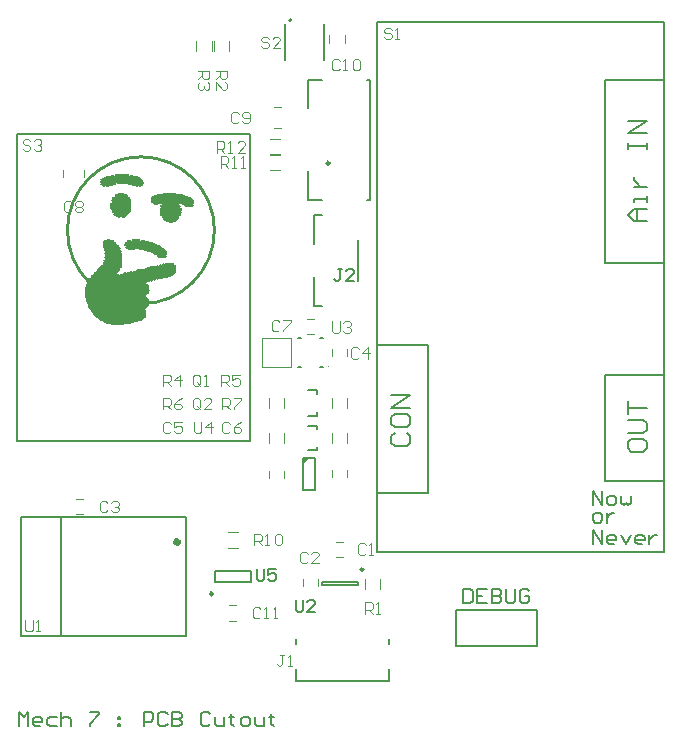
<source format=gto>
G04*
G04 #@! TF.GenerationSoftware,Altium Limited,Altium Designer,18.1.6 (161)*
G04*
G04 Layer_Color=65535*
%FSLAX44Y44*%
%MOMM*%
G71*
G01*
G75*
%ADD10C,0.2540*%
%ADD11C,0.2500*%
%ADD12C,0.2000*%
%ADD13C,0.5000*%
%ADD14C,0.1000*%
%ADD15C,0.0635*%
%ADD16C,0.1200*%
%ADD17C,0.1200*%
%ADD18C,0.1270*%
%ADD19C,0.1500*%
%ADD20C,0.1500*%
%ADD21C,0.1700*%
%ADD22C,0.1300*%
G36*
X242420Y179030D02*
X248030D01*
X242420Y173420D01*
Y179030D01*
D02*
G37*
G54D10*
X167314Y371596D02*
G03*
X167314Y371596I-62230J0D01*
G01*
G54D11*
X264750Y428500D02*
G03*
X264750Y428500I-1250J0D01*
G01*
X166000Y63750D02*
G03*
X166000Y63750I-1250J0D01*
G01*
X293459Y84500D02*
G03*
X293459Y84500I-1250J0D01*
G01*
G54D12*
X232503Y549452D02*
G03*
X232503Y549452I-1000J0D01*
G01*
X315300Y21470D02*
Y25750D01*
Y-9750D02*
Y380D01*
X236700Y-9750D02*
X315300D01*
X236700Y21470D02*
Y25750D01*
Y-9750D02*
Y380D01*
X371600Y19300D02*
X440400D01*
Y50000D01*
X371600D02*
X440400D01*
X371600Y19300D02*
Y50000D01*
X246250Y236500D02*
X254250D01*
Y233000D02*
Y236500D01*
X246250Y214500D02*
X254250D01*
Y218000D01*
X246500Y205700D02*
X253750D01*
Y203200D02*
Y205700D01*
X246500Y185700D02*
X253750D01*
Y188200D01*
X304700Y547750D02*
X548200D01*
Y99250D02*
Y547750D01*
X304700Y99250D02*
Y547750D01*
Y99250D02*
X548200D01*
X304700Y149250D02*
X348200D01*
Y274250D01*
X304700D02*
X348200D01*
X498200Y159250D02*
X533200D01*
X498200D02*
Y249250D01*
X548200D01*
X533200Y159250D02*
X548200D01*
X498200Y344250D02*
Y499250D01*
X548200D01*
X498200Y344250D02*
X548200D01*
X296679Y499000D02*
X298679D01*
X296679Y397500D02*
X298679D01*
X246678Y499000D02*
X258679D01*
X246678Y397500D02*
X258679D01*
X246678D02*
Y421500D01*
Y474999D02*
Y498999D01*
X298679Y397500D02*
Y498999D01*
X197527Y192989D02*
Y452989D01*
X527D02*
X197527D01*
X527Y192989D02*
Y452989D01*
Y192989D02*
X197527D01*
X257000Y256000D02*
X259500D01*
X238500D02*
X241000D01*
X238500Y280000D02*
X241000D01*
X257000D02*
X259500D01*
X288750Y328750D02*
Y363250D01*
X251750Y307750D02*
X258750D01*
X251750D02*
Y331750D01*
Y384250D02*
X258750D01*
X251750Y360250D02*
Y384250D01*
X167500Y83500D02*
X198500D01*
X167500Y73500D02*
X198500D01*
Y83500D01*
X167500Y73500D02*
Y83500D01*
X289209Y71000D02*
Y74000D01*
X258209Y71000D02*
Y74000D01*
X289209D01*
X258209Y71000D02*
X289209D01*
G54D13*
X136700Y107500D02*
G03*
X136700Y107500I-1200J0D01*
G01*
G54D14*
X264000Y256000D02*
G03*
X264000Y256000I-500J0D01*
G01*
G54D15*
X82859Y419221D02*
X94289D01*
X79684Y418586D02*
X81589D01*
X82859D02*
X94289D01*
X95559D02*
X97464D01*
X77779Y417951D02*
X79049D01*
X79684D02*
X97464D01*
X98099D02*
X100004D01*
X75874Y417316D02*
X76509D01*
X77144D02*
X100004D01*
X100639D02*
X101909D01*
X73969Y416681D02*
X74604D01*
X75239D02*
X103179D01*
X72064Y416046D02*
X103179D01*
X103814D02*
X104449D01*
X71429Y415411D02*
X104449D01*
X70794Y414776D02*
X105084D01*
X71429Y414141D02*
X106354D01*
X70794Y413506D02*
X105719D01*
X70159Y412871D02*
X106354D01*
X70159Y412236D02*
X106989D01*
X71429Y411601D02*
X83494D01*
X84764D02*
X93654D01*
X94289D02*
X106989D01*
X70794Y410966D02*
X80954D01*
X81589D02*
X82859D01*
X94289D02*
X106354D01*
X72064Y410331D02*
X78414D01*
X79049D02*
X80954D01*
X97464D02*
X98734D01*
X99369D02*
X105084D01*
X72699Y409696D02*
X78414D01*
X99369D02*
X100004D01*
X100639D02*
X104449D01*
X105084D02*
X105719D01*
X72699Y409061D02*
X73969D01*
X75874D02*
X77144D01*
X100639D02*
X101909D01*
X103814D02*
X104449D01*
X86034Y403346D02*
X89844D01*
X123499D02*
X134294D01*
X84129Y402711D02*
X84764D01*
X85399D02*
X91114D01*
X120324D02*
X122229D01*
X123499D02*
X134929D01*
X136199D02*
X138104D01*
X83494Y402076D02*
X91114D01*
X91749D02*
X92384D01*
X118419D02*
X119689D01*
X120324D02*
X138104D01*
X138739D02*
X140009D01*
X83494Y401441D02*
X93019D01*
X115879D02*
X117149D01*
X117784D02*
X140644D01*
X141279D02*
X141914D01*
X82859Y400806D02*
X93654D01*
X114609D02*
X115244D01*
X115879D02*
X142549D01*
X143184D02*
X143819D01*
X82224Y400171D02*
X94289D01*
X113974D02*
X143819D01*
X144454D02*
X145724D01*
X80954Y399536D02*
X94924D01*
X114609D02*
X146359D01*
X80319Y398901D02*
X94924D01*
X113339D02*
X147629D01*
X80319Y398266D02*
X95559D01*
X113339D02*
X148264D01*
X79684Y397631D02*
X95559D01*
X113339D02*
X148899D01*
X79684Y396996D02*
X95559D01*
X113339D02*
X149534D01*
X80319Y396361D02*
X96194D01*
X113339D02*
X149534D01*
X80319Y395726D02*
X96194D01*
X113974D02*
X149534D01*
X79049Y395091D02*
X96194D01*
X115244D02*
X121594D01*
X122229D02*
X149534D01*
X79049Y394456D02*
X95559D01*
X115244D02*
X121594D01*
X122229D02*
X137469D01*
X138104D02*
X139374D01*
X140009D02*
X149534D01*
X79049Y393821D02*
X95559D01*
X116514D02*
X119054D01*
X122864D02*
X136834D01*
X140009D02*
X148264D01*
X79049Y393186D02*
X96194D01*
X121594D02*
X137469D01*
X141279D02*
X148899D01*
X79049Y392551D02*
X95559D01*
X121594D02*
X138104D01*
X142549D02*
X146994D01*
X147629D02*
X148264D01*
X79049Y391916D02*
X95559D01*
X121594D02*
X138104D01*
X143819D02*
X146994D01*
X79049Y391281D02*
X95559D01*
X122229D02*
X137469D01*
X79049Y390646D02*
X96194D01*
X120959D02*
X138739D01*
X80319Y390011D02*
X96194D01*
X120959D02*
X138739D01*
X79684Y389376D02*
X96194D01*
X120959D02*
X138739D01*
X80319Y388741D02*
X95559D01*
X120959D02*
X138739D01*
X80954Y388106D02*
X95559D01*
X121594D02*
X138104D01*
X80319Y387471D02*
X94289D01*
X120959D02*
X138739D01*
X80954Y386836D02*
X94924D01*
X122229D02*
X137469D01*
X82224Y386201D02*
X94289D01*
X121594D02*
X138104D01*
X81589Y385566D02*
X93019D01*
X121594D02*
X138104D01*
X82224Y384931D02*
X92384D01*
X121594D02*
X138104D01*
X82859Y384296D02*
X83494D01*
X84129D02*
X92384D01*
X122229D02*
X137469D01*
X84129Y383661D02*
X90479D01*
X91114D02*
X91749D01*
X122864D02*
X136834D01*
X85399Y383026D02*
X86669D01*
X89209D02*
X90479D01*
X122864D02*
X136834D01*
X124134Y382391D02*
X135564D01*
X123499Y381756D02*
X136199D01*
X124134Y381121D02*
X135564D01*
X124769Y380486D02*
X125404D01*
X126039D02*
X133659D01*
X134294D02*
X134929D01*
X126039Y379851D02*
X133659D01*
X126674Y379216D02*
X127944D01*
X128579D02*
X131119D01*
X131754D02*
X133024D01*
X128579Y378581D02*
X131119D01*
X76509Y363976D02*
X78414D01*
X97464D02*
X103814D01*
X73969Y363341D02*
X80319D01*
X80954D02*
X81589D01*
X93654D02*
X95559D01*
X97464D02*
X103814D01*
X105084D02*
X107624D01*
X73334Y362706D02*
X81589D01*
X93654D02*
X108259D01*
X108894D02*
X110799D01*
X73969Y362071D02*
X82224D01*
X93019D02*
X110799D01*
X111434D02*
X112704D01*
X73334Y361436D02*
X82859D01*
X91749D02*
X114609D01*
X73334Y360801D02*
X83494D01*
X91749D02*
X114609D01*
X115244D02*
X116514D01*
X73334Y360166D02*
X84129D01*
X91114D02*
X117784D01*
X73334Y359531D02*
X84764D01*
X91114D02*
X119054D01*
X73334Y358896D02*
X86034D01*
X91114D02*
X120324D01*
X72699Y358261D02*
X85399D01*
X92384D02*
X120959D01*
X73334Y357626D02*
X86669D01*
X91749D02*
X120959D01*
X121594D02*
X122229D01*
X73969Y356991D02*
X86034D01*
X92384D02*
X122864D01*
X73969Y356356D02*
X87304D01*
X93019D02*
X93654D01*
X94289D02*
X100004D01*
X102544D02*
X122864D01*
X123499D02*
X124134D01*
X73969Y355721D02*
X86669D01*
X94289D02*
X99369D01*
X103179D02*
X106989D01*
X107624D02*
X124769D01*
X73969Y355086D02*
X87304D01*
X107624D02*
X109529D01*
X110164D02*
X125404D01*
X74604Y354451D02*
X87939D01*
X110164D02*
X111434D01*
X112069D02*
X126039D01*
X74604Y353816D02*
X87304D01*
X112069D02*
X125404D01*
X74604Y353181D02*
X87304D01*
X113974D02*
X114609D01*
X115244D02*
X126674D01*
X73969Y352546D02*
X87939D01*
X115244D02*
X115879D01*
X116514D02*
X126674D01*
X74604Y351911D02*
X88574D01*
X116514D02*
X126674D01*
X74604Y351276D02*
X87939D01*
X117149D02*
X117784D01*
X118419D02*
X126674D01*
X74604Y350641D02*
X87939D01*
X118419D02*
X125404D01*
X74604Y350006D02*
X87939D01*
X119054D02*
X126039D01*
X74604Y349371D02*
X88574D01*
X119689D02*
X120324D01*
X120959D02*
X125404D01*
X73969Y348736D02*
X88574D01*
X120959D02*
X122229D01*
X123499D02*
X124134D01*
X74604Y348101D02*
X88574D01*
X74604Y347466D02*
X88574D01*
X73969Y346831D02*
X88574D01*
X73334Y346196D02*
X88574D01*
X73969Y345561D02*
X88574D01*
X73334Y344926D02*
X88574D01*
X73334Y344291D02*
X88574D01*
X130484D02*
X131119D01*
X72699Y343656D02*
X87939D01*
X123499D02*
X124134D01*
X125404D02*
X131119D01*
X131754D02*
X132389D01*
X72699Y343021D02*
X87939D01*
X120959D02*
X121594D01*
X122864D02*
X132389D01*
X71429Y342386D02*
X88574D01*
X118419D02*
X119054D01*
X120324D02*
X133659D01*
X70794Y341751D02*
X87939D01*
X117149D02*
X133024D01*
X70159Y341116D02*
X87304D01*
X112704D02*
X113339D01*
X114609D02*
X133659D01*
X69524Y340481D02*
X87939D01*
X110164D02*
X110799D01*
X112069D02*
X133659D01*
X68889Y339846D02*
X86669D01*
X108894D02*
X134294D01*
X68889Y339211D02*
X86669D01*
X104449D02*
X105084D01*
X106354D02*
X134294D01*
X68254Y338576D02*
X86034D01*
X101909D02*
X102544D01*
X103814D02*
X134294D01*
X67619Y337941D02*
X86669D01*
X101274D02*
X134294D01*
X66984Y337306D02*
X85399D01*
X96194D02*
X96829D01*
X98099D02*
X134294D01*
X66349Y336671D02*
X84764D01*
X93654D02*
X94289D01*
X95559D02*
X133659D01*
X65714Y336036D02*
X84129D01*
X91114D02*
X91749D01*
X93019D02*
X134294D01*
X65079Y335401D02*
X84129D01*
X89844D02*
X133024D01*
X64444Y334766D02*
X84129D01*
X84764D02*
X86034D01*
X87304D02*
X132389D01*
X63174Y334131D02*
X131754D01*
X62539Y333496D02*
X130484D01*
X131119D02*
X131754D01*
X63174Y332861D02*
X127944D01*
X129214D02*
X129849D01*
X62539Y332226D02*
X125404D01*
X126674D02*
X127309D01*
X61904Y331591D02*
X122864D01*
X60634Y330956D02*
X120324D01*
X61269Y330321D02*
X117149D01*
X118419D02*
X119054D01*
X59999Y329686D02*
X114609D01*
X115879D02*
X116514D01*
X60634Y329051D02*
X112069D01*
X113339D02*
X113974D01*
X58729Y328416D02*
X59364D01*
X59999D02*
X109529D01*
X110799D02*
X111434D01*
X59364Y327781D02*
X109529D01*
X59364Y327146D02*
X108894D01*
X58729Y326511D02*
X109529D01*
X58729Y325876D02*
X110164D01*
X58729Y325241D02*
X110799D01*
X58729Y324606D02*
X111434D01*
X58094Y323971D02*
X111434D01*
X58094Y323336D02*
X111434D01*
X58094Y322701D02*
X111434D01*
X58094Y322066D02*
X111434D01*
X58094Y321431D02*
X111434D01*
X58094Y320796D02*
X112069D01*
X58094Y320161D02*
X111434D01*
X58094Y319526D02*
X110799D01*
X58094Y318891D02*
X111434D01*
X58094Y318256D02*
X110164D01*
X58094Y317621D02*
X109529D01*
X58094Y316986D02*
X108894D01*
X58094Y316351D02*
X108894D01*
X58094Y315716D02*
X108894D01*
X58094Y315081D02*
X109529D01*
X58729Y314446D02*
X110164D01*
X58729Y313811D02*
X110799D01*
X58729Y313176D02*
X110799D01*
X58729Y312541D02*
X110799D01*
X58729Y311906D02*
X110799D01*
X59364Y311271D02*
X110799D01*
X59364Y310636D02*
X110799D01*
X59364Y310001D02*
X110799D01*
X59999Y309366D02*
X111434D01*
X59999Y308731D02*
X110799D01*
X60634Y307461D02*
X110164D01*
X60634Y306826D02*
X109529D01*
X61269Y306191D02*
X108894D01*
X61904Y305556D02*
X107624D01*
X61904Y304921D02*
X107624D01*
X62539Y304286D02*
X108259D01*
X62539Y303651D02*
X108894D01*
X63174Y303016D02*
X108894D01*
X63809Y302381D02*
X108894D01*
X64444Y301746D02*
X108894D01*
X64444Y301111D02*
X108894D01*
X65079Y300476D02*
X108894D01*
X65714Y299841D02*
X108894D01*
X66349Y299206D02*
X108259D01*
X66984Y298571D02*
X108259D01*
X67619Y297936D02*
X107624D01*
X68889Y297301D02*
X106989D01*
X69524Y296666D02*
X106354D01*
X70794Y296031D02*
X105084D01*
X71429Y295396D02*
X103814D01*
X72699Y294761D02*
X101909D01*
X73969Y294126D02*
X98734D01*
X75239Y293491D02*
X95559D01*
X77144Y292856D02*
X93019D01*
X79684Y292221D02*
X89844D01*
X60634Y308096D02*
X110164D01*
G54D16*
X218000Y476200D02*
X224000D01*
X218000Y457800D02*
X224000D01*
X179550Y54000D02*
X185550D01*
X179550Y41000D02*
X185550D01*
X214200Y448500D02*
X222800D01*
X214200Y435500D02*
X222800D01*
X307500Y68198D02*
Y76798D01*
X294500Y68198D02*
Y76798D01*
X180000Y523500D02*
Y532100D01*
X167000Y523500D02*
Y532100D01*
X152000Y523500D02*
Y532100D01*
X165000Y523500D02*
Y532100D01*
X213500Y221200D02*
Y229800D01*
X226500Y221200D02*
Y229800D01*
X266500Y221200D02*
Y229800D01*
X279500Y221200D02*
Y229800D01*
X226500Y191400D02*
Y200000D01*
X213500Y191400D02*
Y200000D01*
X266500Y191400D02*
Y200000D01*
X279500Y191400D02*
Y200000D01*
X178900Y116000D02*
X187500D01*
X178900Y103000D02*
X187500D01*
X214200Y436000D02*
X222800D01*
X214200Y423000D02*
X222800D01*
X38800Y417000D02*
Y423000D01*
X57200Y417000D02*
Y423000D01*
X270500Y107928D02*
X276500D01*
X270500Y94928D02*
X276500D01*
X242000Y70500D02*
Y76500D01*
X255000Y70500D02*
Y76500D01*
X50000Y144500D02*
X56000D01*
X50000Y131500D02*
X56000D01*
X266500Y265000D02*
Y271000D01*
X279500Y265000D02*
Y271000D01*
X226500Y162000D02*
Y168000D01*
X213500Y162000D02*
Y168000D01*
X279500Y163000D02*
Y169000D01*
X266500Y163000D02*
Y169000D01*
X246000Y296500D02*
X252000D01*
X246000Y283500D02*
X252000D01*
X264500Y530550D02*
Y536550D01*
X277500Y530550D02*
Y536550D01*
X187925Y470178D02*
X186343Y471761D01*
X183177D01*
X181594Y470178D01*
Y463847D01*
X183177Y462264D01*
X186343D01*
X187925Y463847D01*
X191091D02*
X192674Y462264D01*
X195839D01*
X197422Y463847D01*
Y470178D01*
X195839Y471761D01*
X192674D01*
X191091Y470178D01*
Y468595D01*
X192674Y467012D01*
X197422D01*
X206331Y50914D02*
X204748Y52497D01*
X201583D01*
X200000Y50914D01*
Y44583D01*
X201583Y43000D01*
X204748D01*
X206331Y44583D01*
X209497Y43000D02*
X212663D01*
X211080D01*
Y52497D01*
X209497Y50914D01*
X217411Y43000D02*
X220577D01*
X218994D01*
Y52497D01*
X217411Y50914D01*
X226331Y12247D02*
X223166D01*
X224748D01*
Y4333D01*
X223166Y2750D01*
X221583D01*
X220000Y4333D01*
X229497Y2750D02*
X232663D01*
X231080D01*
Y12247D01*
X229497Y10664D01*
X155331Y241583D02*
Y247914D01*
X153749Y249497D01*
X150583D01*
X149000Y247914D01*
Y241583D01*
X150583Y240000D01*
X153749D01*
X152166Y243166D02*
X155331Y240000D01*
X153749D02*
X155331Y241583D01*
X158497Y240000D02*
X161663D01*
X160080D01*
Y249497D01*
X158497Y247914D01*
X155331Y221583D02*
Y227914D01*
X153749Y229497D01*
X150583D01*
X149000Y227914D01*
Y221583D01*
X150583Y220000D01*
X153749D01*
X152166Y223166D02*
X155331Y220000D01*
X153749D02*
X155331Y221583D01*
X164828Y220000D02*
X158497D01*
X164828Y226331D01*
Y227914D01*
X163245Y229497D01*
X160080D01*
X158497Y227914D01*
X169466Y437372D02*
Y446869D01*
X174214D01*
X175797Y445286D01*
Y442121D01*
X174214Y440538D01*
X169466D01*
X172632D02*
X175797Y437372D01*
X178963D02*
X182129D01*
X180546D01*
Y446869D01*
X178963Y445286D01*
X193208Y437372D02*
X186877D01*
X193208Y443703D01*
Y445286D01*
X191625Y446869D01*
X188460D01*
X186877Y445286D01*
X317331Y541414D02*
X315749Y542997D01*
X312583D01*
X311000Y541414D01*
Y539831D01*
X312583Y538248D01*
X315749D01*
X317331Y536666D01*
Y535083D01*
X315749Y533500D01*
X312583D01*
X311000Y535083D01*
X320497Y533500D02*
X323663D01*
X322080D01*
Y542997D01*
X320497Y541414D01*
X213331Y533914D02*
X211749Y535497D01*
X208583D01*
X207000Y533914D01*
Y532331D01*
X208583Y530748D01*
X211749D01*
X213331Y529166D01*
Y527583D01*
X211749Y526000D01*
X208583D01*
X207000Y527583D01*
X222828Y526000D02*
X216497D01*
X222828Y532331D01*
Y533914D01*
X221245Y535497D01*
X218080D01*
X216497Y533914D01*
X11331Y446914D02*
X9748Y448497D01*
X6583D01*
X5000Y446914D01*
Y445331D01*
X6583Y443749D01*
X9748D01*
X11331Y442166D01*
Y440583D01*
X9748Y439000D01*
X6583D01*
X5000Y440583D01*
X14497Y446914D02*
X16080Y448497D01*
X19245D01*
X20828Y446914D01*
Y445331D01*
X19245Y443749D01*
X17663D01*
X19245D01*
X20828Y442166D01*
Y440583D01*
X19245Y439000D01*
X16080D01*
X14497Y440583D01*
X7000Y41497D02*
Y33583D01*
X8583Y32000D01*
X11748D01*
X13331Y33583D01*
Y41497D01*
X16497Y32000D02*
X19663D01*
X18080D01*
Y41497D01*
X16497Y39914D01*
X267000Y294497D02*
Y286583D01*
X268583Y285000D01*
X271749D01*
X273331Y286583D01*
Y294497D01*
X276497Y292914D02*
X278080Y294497D01*
X281245D01*
X282828Y292914D01*
Y291331D01*
X281245Y289748D01*
X279663D01*
X281245D01*
X282828Y288166D01*
Y286583D01*
X281245Y285000D01*
X278080D01*
X276497Y286583D01*
X150000Y209497D02*
Y201583D01*
X151583Y200000D01*
X154748D01*
X156331Y201583D01*
Y209497D01*
X164245Y200000D02*
Y209497D01*
X159497Y204748D01*
X165828D01*
X172768Y424672D02*
Y434169D01*
X177516D01*
X179099Y432586D01*
Y429421D01*
X177516Y427838D01*
X172768D01*
X175934D02*
X179099Y424672D01*
X182265D02*
X185431D01*
X183848D01*
Y434169D01*
X182265Y432586D01*
X190179Y424672D02*
X193345D01*
X191762D01*
Y434169D01*
X190179Y432586D01*
X201000Y105000D02*
Y114497D01*
X205749D01*
X207331Y112914D01*
Y109748D01*
X205749Y108166D01*
X201000D01*
X204166D02*
X207331Y105000D01*
X210497D02*
X213663D01*
X212080D01*
Y114497D01*
X210497Y112914D01*
X218411D02*
X219994Y114497D01*
X223160D01*
X224742Y112914D01*
Y106583D01*
X223160Y105000D01*
X219994D01*
X218411Y106583D01*
Y112914D01*
X174000Y220000D02*
Y229497D01*
X178748D01*
X180331Y227914D01*
Y224748D01*
X178748Y223166D01*
X174000D01*
X177166D02*
X180331Y220000D01*
X183497Y229497D02*
X189828D01*
Y227914D01*
X183497Y221583D01*
Y220000D01*
X124000D02*
Y229497D01*
X128749D01*
X130331Y227914D01*
Y224748D01*
X128749Y223166D01*
X124000D01*
X127166D02*
X130331Y220000D01*
X139828Y229497D02*
X136663Y227914D01*
X133497Y224748D01*
Y221583D01*
X135080Y220000D01*
X138245D01*
X139828Y221583D01*
Y223166D01*
X138245Y224748D01*
X133497D01*
X173000Y240000D02*
Y249497D01*
X177749D01*
X179331Y247914D01*
Y244748D01*
X177749Y243166D01*
X173000D01*
X176166D02*
X179331Y240000D01*
X188828Y249497D02*
X182497D01*
Y244748D01*
X185663Y246331D01*
X187245D01*
X188828Y244748D01*
Y241583D01*
X187245Y240000D01*
X184080D01*
X182497Y241583D01*
X124000Y240000D02*
Y249497D01*
X128749D01*
X130331Y247914D01*
Y244748D01*
X128749Y243166D01*
X124000D01*
X127166D02*
X130331Y240000D01*
X138245D02*
Y249497D01*
X133497Y244748D01*
X139828D01*
X153654Y506460D02*
X163151D01*
Y501712D01*
X161568Y500129D01*
X158403D01*
X156820Y501712D01*
Y506460D01*
Y503294D02*
X153654Y500129D01*
X161568Y496963D02*
X163151Y495380D01*
Y492215D01*
X161568Y490632D01*
X159985D01*
X158403Y492215D01*
Y493797D01*
Y492215D01*
X156820Y490632D01*
X155237D01*
X153654Y492215D01*
Y495380D01*
X155237Y496963D01*
X168640Y506460D02*
X178137D01*
Y501712D01*
X176554Y500129D01*
X173389D01*
X171806Y501712D01*
Y506460D01*
Y503294D02*
X168640Y500129D01*
Y490632D02*
Y496963D01*
X174971Y490632D01*
X176554D01*
X178137Y492215D01*
Y495380D01*
X176554Y496963D01*
X295000Y47000D02*
Y56497D01*
X299748D01*
X301331Y54914D01*
Y51748D01*
X299748Y50166D01*
X295000D01*
X298166D02*
X301331Y47000D01*
X304497D02*
X307663D01*
X306080D01*
Y56497D01*
X304497Y54914D01*
X273331Y514914D02*
X271749Y516497D01*
X268583D01*
X267000Y514914D01*
Y508583D01*
X268583Y507000D01*
X271749D01*
X273331Y508583D01*
X276497Y507000D02*
X279663D01*
X278080D01*
Y516497D01*
X276497Y514914D01*
X284411D02*
X285994Y516497D01*
X289160D01*
X290742Y514914D01*
Y508583D01*
X289160Y507000D01*
X285994D01*
X284411Y508583D01*
Y514914D01*
X46447Y394740D02*
X44865Y396323D01*
X41699D01*
X40116Y394740D01*
Y388409D01*
X41699Y386826D01*
X44865D01*
X46447Y388409D01*
X49613Y394740D02*
X51196Y396323D01*
X54361D01*
X55944Y394740D01*
Y393157D01*
X54361Y391575D01*
X55944Y389992D01*
Y388409D01*
X54361Y386826D01*
X51196D01*
X49613Y388409D01*
Y389992D01*
X51196Y391575D01*
X49613Y393157D01*
Y394740D01*
X51196Y391575D02*
X54361D01*
X222331Y293914D02*
X220749Y295497D01*
X217583D01*
X216000Y293914D01*
Y287583D01*
X217583Y286000D01*
X220749D01*
X222331Y287583D01*
X225497Y295497D02*
X231828D01*
Y293914D01*
X225497Y287583D01*
Y286000D01*
X180331Y207914D02*
X178748Y209497D01*
X175583D01*
X174000Y207914D01*
Y201583D01*
X175583Y200000D01*
X178748D01*
X180331Y201583D01*
X189828Y209497D02*
X186663Y207914D01*
X183497Y204748D01*
Y201583D01*
X185080Y200000D01*
X188245D01*
X189828Y201583D01*
Y203166D01*
X188245Y204748D01*
X183497D01*
X130331Y207914D02*
X128749Y209497D01*
X125583D01*
X124000Y207914D01*
Y201583D01*
X125583Y200000D01*
X128749D01*
X130331Y201583D01*
X139828Y209497D02*
X133497D01*
Y204748D01*
X136663Y206331D01*
X138245D01*
X139828Y204748D01*
Y201583D01*
X138245Y200000D01*
X135080D01*
X133497Y201583D01*
X289331Y270914D02*
X287749Y272497D01*
X284583D01*
X283000Y270914D01*
Y264583D01*
X284583Y263000D01*
X287749D01*
X289331Y264583D01*
X297245Y263000D02*
Y272497D01*
X292497Y267749D01*
X298828D01*
X76781Y140914D02*
X75198Y142497D01*
X72033D01*
X70450Y140914D01*
Y134583D01*
X72033Y133000D01*
X75198D01*
X76781Y134583D01*
X79947Y140914D02*
X81530Y142497D01*
X84695D01*
X86278Y140914D01*
Y139331D01*
X84695Y137748D01*
X83113D01*
X84695D01*
X86278Y136166D01*
Y134583D01*
X84695Y133000D01*
X81530D01*
X79947Y134583D01*
X246331Y97914D02*
X244748Y99497D01*
X241583D01*
X240000Y97914D01*
Y91583D01*
X241583Y90000D01*
X244748D01*
X246331Y91583D01*
X255828Y90000D02*
X249497D01*
X255828Y96331D01*
Y97914D01*
X254245Y99497D01*
X251080D01*
X249497Y97914D01*
X295331Y104914D02*
X293748Y106497D01*
X290583D01*
X289000Y104914D01*
Y98583D01*
X290583Y97000D01*
X293748D01*
X295331Y98583D01*
X298497Y97000D02*
X301663D01*
X300080D01*
Y106497D01*
X298497Y104914D01*
G54D17*
X208000Y256000D02*
X232000D01*
X208000D02*
Y280000D01*
X232000D01*
Y256000D02*
Y280000D01*
G54D18*
X227203Y515702D02*
Y546302D01*
X259803Y515702D02*
Y546302D01*
X242420Y152030D02*
X242420Y179030D01*
X242420Y152030D02*
X252580D01*
X252580Y179030D02*
X252580Y152030D01*
X242420Y179030D02*
X252580D01*
G54D19*
X3500Y28500D02*
Y128500D01*
Y28500D02*
X143500D01*
X3500Y128500D02*
X143500D01*
Y28500D02*
Y128500D01*
X37500Y28500D02*
Y128500D01*
G54D20*
X143500D01*
X37500Y28500D02*
X143500D01*
G54D21*
X1700Y-48300D02*
Y-36304D01*
X5699Y-40303D01*
X9697Y-36304D01*
Y-48300D01*
X19694D02*
X15695D01*
X13696Y-46301D01*
Y-42302D01*
X15695Y-40303D01*
X19694D01*
X21693Y-42302D01*
Y-44301D01*
X13696D01*
X33690Y-40303D02*
X27692D01*
X25692Y-42302D01*
Y-46301D01*
X27692Y-48300D01*
X33690D01*
X37688Y-36304D02*
Y-48300D01*
Y-42302D01*
X39688Y-40303D01*
X43686D01*
X45686Y-42302D01*
Y-48300D01*
X61680Y-36304D02*
X69678D01*
Y-38303D01*
X61680Y-46301D01*
Y-48300D01*
X85673Y-40303D02*
X87672D01*
Y-42302D01*
X85673D01*
Y-40303D01*
Y-46301D02*
X87672D01*
Y-48300D01*
X85673D01*
Y-46301D01*
X107666Y-48300D02*
Y-36304D01*
X113664D01*
X115663Y-38303D01*
Y-42302D01*
X113664Y-44301D01*
X107666D01*
X127659Y-38303D02*
X125660Y-36304D01*
X121661D01*
X119662Y-38303D01*
Y-46301D01*
X121661Y-48300D01*
X125660D01*
X127659Y-46301D01*
X131658Y-36304D02*
Y-48300D01*
X137656D01*
X139655Y-46301D01*
Y-44301D01*
X137656Y-42302D01*
X131658D01*
X137656D01*
X139655Y-40303D01*
Y-38303D01*
X137656Y-36304D01*
X131658D01*
X163648Y-38303D02*
X161648Y-36304D01*
X157649D01*
X155650Y-38303D01*
Y-46301D01*
X157649Y-48300D01*
X161648D01*
X163648Y-46301D01*
X167646Y-40303D02*
Y-46301D01*
X169646Y-48300D01*
X175644D01*
Y-40303D01*
X181642Y-38303D02*
Y-40303D01*
X179642D01*
X183641D01*
X181642D01*
Y-46301D01*
X183641Y-48300D01*
X191639D02*
X195637D01*
X197637Y-46301D01*
Y-42302D01*
X195637Y-40303D01*
X191639D01*
X189639Y-42302D01*
Y-46301D01*
X191639Y-48300D01*
X201635Y-40303D02*
Y-46301D01*
X203635Y-48300D01*
X209633D01*
Y-40303D01*
X215631Y-38303D02*
Y-40303D01*
X213631D01*
X217630D01*
X215631D01*
Y-46301D01*
X217630Y-48300D01*
X487700Y138652D02*
Y150648D01*
X495697Y138652D01*
Y150648D01*
X501695Y138652D02*
X505694D01*
X507693Y140651D01*
Y144650D01*
X505694Y146649D01*
X501695D01*
X499696Y144650D01*
Y140651D01*
X501695Y138652D01*
X511692Y146649D02*
Y140651D01*
X513692Y138652D01*
X515691Y140651D01*
X517690Y138652D01*
X519690Y140651D01*
Y146649D01*
X489699Y124175D02*
X493698D01*
X495697Y126175D01*
Y130173D01*
X493698Y132173D01*
X489699D01*
X487700Y130173D01*
Y126175D01*
X489699Y124175D01*
X499696Y132173D02*
Y124175D01*
Y128174D01*
X501695Y130173D01*
X503695Y132173D01*
X505694D01*
X487700Y105700D02*
Y117696D01*
X495697Y105700D01*
Y117696D01*
X505694Y105700D02*
X501695D01*
X499696Y107699D01*
Y111698D01*
X501695Y113697D01*
X505694D01*
X507693Y111698D01*
Y109699D01*
X499696D01*
X511692Y113697D02*
X515691Y105700D01*
X519690Y113697D01*
X529686Y105700D02*
X525688D01*
X523688Y107699D01*
Y111698D01*
X525688Y113697D01*
X529686D01*
X531686Y111698D01*
Y109699D01*
X523688D01*
X535684Y113697D02*
Y105700D01*
Y109699D01*
X537684Y111698D01*
X539683Y113697D01*
X541683D01*
X319871Y199913D02*
X317205Y197247D01*
Y191916D01*
X319871Y189250D01*
X330534D01*
X333200Y191916D01*
Y197247D01*
X330534Y199913D01*
X317205Y213242D02*
Y207911D01*
X319871Y205245D01*
X330534D01*
X333200Y207911D01*
Y213242D01*
X330534Y215908D01*
X319871D01*
X317205Y213242D01*
X333200Y221240D02*
X317205D01*
X333200Y231903D01*
X317205D01*
X517205Y192247D02*
Y186916D01*
X519871Y184250D01*
X530534D01*
X533200Y186916D01*
Y192247D01*
X530534Y194913D01*
X519871D01*
X517205Y192247D01*
Y200245D02*
X530534D01*
X533200Y202911D01*
Y208242D01*
X530534Y210908D01*
X517205D01*
Y216240D02*
Y226903D01*
Y221571D01*
X533200D01*
Y379250D02*
X522537D01*
X517205Y384582D01*
X522537Y389913D01*
X533200D01*
X525203D01*
Y379250D01*
X533200Y395245D02*
Y400576D01*
Y397911D01*
X522537D01*
Y395245D01*
Y408574D02*
X533200D01*
X527868D01*
X525203Y411240D01*
X522537Y413905D01*
Y416571D01*
X517205Y440564D02*
Y445895D01*
Y443229D01*
X533200D01*
Y440564D01*
Y445895D01*
Y453893D02*
X517205D01*
X533200Y464556D01*
X517205D01*
X378000Y67996D02*
Y56000D01*
X383998D01*
X385997Y57999D01*
Y65997D01*
X383998Y67996D01*
X378000D01*
X397994D02*
X389996D01*
Y56000D01*
X397994D01*
X389996Y61998D02*
X393995D01*
X401992Y67996D02*
Y56000D01*
X407990D01*
X409990Y57999D01*
Y59999D01*
X407990Y61998D01*
X401992D01*
X407990D01*
X409990Y63997D01*
Y65997D01*
X407990Y67996D01*
X401992D01*
X413988D02*
Y57999D01*
X415988Y56000D01*
X419986D01*
X421986Y57999D01*
Y67996D01*
X433982Y65997D02*
X431982Y67996D01*
X427984D01*
X425984Y65997D01*
Y57999D01*
X427984Y56000D01*
X431982D01*
X433982Y57999D01*
Y61998D01*
X429983D01*
G54D22*
X275165Y338997D02*
X271832D01*
X273498D01*
Y330666D01*
X271832Y329000D01*
X270166D01*
X268500Y330666D01*
X285161Y329000D02*
X278497D01*
X285161Y335664D01*
Y337331D01*
X283495Y338997D01*
X280163D01*
X278497Y337331D01*
X203000Y84997D02*
Y76666D01*
X204666Y75000D01*
X207998D01*
X209664Y76666D01*
Y84997D01*
X219661D02*
X212997D01*
Y79998D01*
X216329Y81664D01*
X217995D01*
X219661Y79998D01*
Y76666D01*
X217995Y75000D01*
X214663D01*
X212997Y76666D01*
X236000Y58497D02*
Y50166D01*
X237666Y48500D01*
X240998D01*
X242665Y50166D01*
Y58497D01*
X252661Y48500D02*
X245997D01*
X252661Y55164D01*
Y56831D01*
X250995Y58497D01*
X247663D01*
X245997Y56831D01*
M02*

</source>
